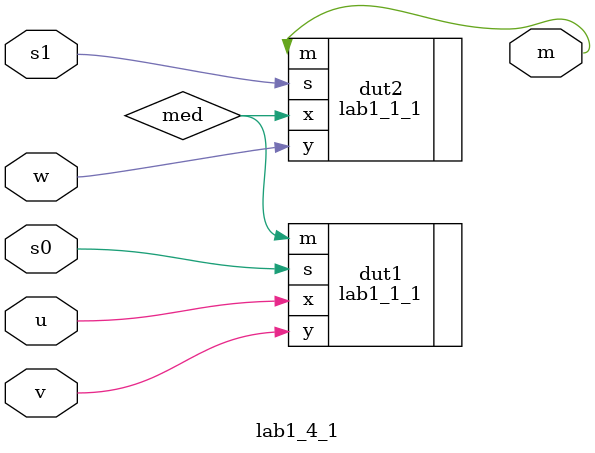
<source format=v>
`timescale 1ns / 1ps


module lab1_4_1(u,v,w,s0,s1,m);
    input u,v,w,s0,s1;
    output wire m;
    wire med;
    
    lab1_1_1 dut1(.x(u),.y(v),.s(s0),.m(med));
    lab1_1_1 dut2(.x(med),.y(w),.s(s1),.m(m));
    
endmodule

</source>
